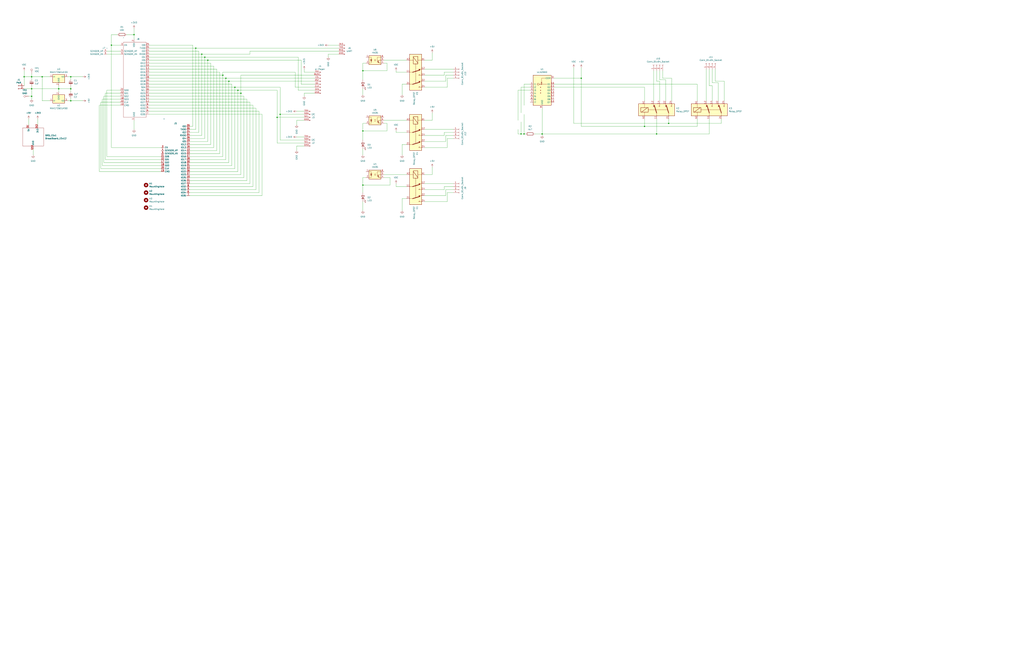
<source format=kicad_sch>
(kicad_sch (version 20230121) (generator eeschema)
  (paper "D")
  (title_block (title "ESP32-WROOM-32D Automation Board") (date "2024-01-15") (company "CEGEP Heritage College") (comment 1 "Alexander Bobkov"))
  (lib_symbols
    (symbol "Alexander_Library_Symbols:Conn_I2C_01x04" (pin_names (offset 1.016) hide)
      (property "Reference" "J" (at 0 5.08 0))
      (property "Value" "I2C" (at 0 -7.62 0))
      (symbol "Conn_I2C_01x04_1_1"
        (pin power_out line (at 5.08 -5.08 180) (length 3.81) (name "GND") (number "GND"))
        (pin bidirectional line (at 5.08 -2.54 180) (length 3.81) (name "SCL") (number "SCL"))
        (pin bidirectional line (at 5.08 0 180) (length 3.81) (name "SDA") (number "SDA"))
        (pin power_in line (at 5.08 2.54 180) (length 3.81) (name "VCC") (number "Vcc"))
      )
    )
    (symbol "Alexander_Library_Symbols:ESP32-WROOM-32D"
      (property "Reference" "J" (at 0 0 0))
      (symbol "ESP32-WROOM-32D_1_1"
        (pin bidirectional line (at 21.59 -49.53 180) (length 2.54) (name "IO25") (number "10"))
        (pin bidirectional line (at 21.59 -52.07 180) (length 2.54) (name "IO26") (number "11"))
        (pin bidirectional line (at 21.59 -54.61 180) (length 2.54) (name "IO27") (number "12"))
        (pin bidirectional line (at 21.59 -26.67 180) (length 2.54) (name "IO14") (number "13"))
        (pin bidirectional line (at 21.59 -21.59 180) (length 2.54) (name "IO12") (number "14"))
        (pin bidirectional line (at 21.59 -24.13 180) (length 2.54) (name "IO13") (number "16"))
        (pin input line (at -2.54 -36.83 0) (length 2.54) (name "SD2") (number "17"))
        (pin input line (at -2.54 -39.37 0) (length 2.54) (name "SD3") (number "18"))
        (pin input line (at -2.54 -44.45 0) (length 2.54) (name "CMD") (number "19"))
        (pin input line (at -2.54 -41.91 0) (length 2.54) (name "CLK") (number "20"))
        (pin input line (at -2.54 -31.75 0) (length 2.54) (name "SD0") (number "21"))
        (pin input line (at -2.54 -34.29 0) (length 2.54) (name "SD1") (number "22"))
        (pin bidirectional line (at 21.59 -29.21 180) (length 2.54) (name "IO15") (number "23"))
        (pin bidirectional line (at 21.59 -11.43 180) (length 2.54) (name "IO2") (number "24"))
        (pin bidirectional line (at 21.59 -6.35 180) (length 2.54) (name "IO0") (number "25"))
        (pin bidirectional line (at 21.59 -16.51 180) (length 2.54) (name "IO4") (number "26"))
        (pin bidirectional line (at 21.59 -31.75 180) (length 2.54) (name "IO16") (number "27"))
        (pin bidirectional line (at 21.59 -34.29 180) (length 2.54) (name "IO17") (number "28"))
        (pin bidirectional line (at 21.59 -19.05 180) (length 2.54) (name "IO5") (number "29"))
        (pin input line (at -2.54 -24.13 0) (length 2.54) (name "EN") (number "3"))
        (pin bidirectional line (at 21.59 -36.83 180) (length 2.54) (name "IO18") (number "30"))
        (pin bidirectional line (at 21.59 -39.37 180) (length 2.54) (name "IO19") (number "31"))
        (pin bidirectional line (at 21.59 -41.91 180) (length 2.54) (name "IO21") (number "33"))
        (pin input line (at 21.59 -13.97 180) (length 2.54) (name "RXD0") (number "34"))
        (pin output line (at 21.59 -8.89 180) (length 2.54) (name "TXD0") (number "35"))
        (pin bidirectional line (at 21.59 -44.45 180) (length 2.54) (name "IO22") (number "36"))
        (pin bidirectional line (at 21.59 -46.99 180) (length 2.54) (name "IO23") (number "37"))
        (pin input line (at -2.54 -26.67 0) (length 2.54) (name "SENSOR_VP") (number "4"))
        (pin input line (at -2.54 -29.21 0) (length 2.54) (name "SENSOR_VN") (number "5"))
        (pin bidirectional line (at 21.59 -62.23 180) (length 2.54) (name "IO34") (number "6"))
        (pin bidirectional line (at 21.59 -64.77 180) (length 2.54) (name "IO35") (number "7"))
        (pin bidirectional line (at 21.59 -57.15 180) (length 2.54) (name "IO32") (number "8"))
        (pin bidirectional line (at 21.59 -59.69 180) (length 2.54) (name "IO33") (number "9"))
      )
    )
    (symbol "Alexander_Library_Symbols:ESP32-WROOM-32D-SOCKET"
      (property "Reference" "J" (at 0 0 0))
      (symbol "ESP32-WROOM-32D-SOCKET_1_1"
        (pin power_out line (at 8.89 -69.85 90) (length 2.54) (name "GND") (number "1"))
        (pin bidirectional line (at 21.59 -49.53 180) (length 2.54) (name "IO25") (number "10"))
        (pin bidirectional line (at 21.59 -52.07 180) (length 2.54) (name "IO26") (number "11"))
        (pin bidirectional line (at 21.59 -54.61 180) (length 2.54) (name "IO27") (number "12"))
        (pin bidirectional line (at 21.59 -26.67 180) (length 2.54) (name "IO14") (number "13"))
        (pin bidirectional line (at 21.59 -21.59 180) (length 2.54) (name "IO12") (number "14"))
        (pin bidirectional line (at 21.59 -24.13 180) (length 2.54) (name "IO13") (number "16"))
        (pin input line (at -2.54 -49.53 0) (length 2.54) (name "SD2") (number "17"))
        (pin input line (at -2.54 -52.07 0) (length 2.54) (name "SD3") (number "18"))
        (pin input line (at -2.54 -57.15 0) (length 2.54) (name "CMD") (number "19"))
        (pin power_in line (at 8.89 -1.27 270) (length 2.54) (name "VDD") (number "2"))
        (pin input line (at -2.54 -54.61 0) (length 2.54) (name "CLK") (number "20"))
        (pin input line (at -2.54 -44.45 0) (length 2.54) (name "SD0") (number "21"))
        (pin input line (at -2.54 -46.99 0) (length 2.54) (name "SD1") (number "22"))
        (pin bidirectional line (at 21.59 -29.21 180) (length 2.54) (name "IO15") (number "23"))
        (pin bidirectional line (at 21.59 -11.43 180) (length 2.54) (name "IO2") (number "24"))
        (pin bidirectional line (at 21.59 -6.35 180) (length 2.54) (name "IO0") (number "25"))
        (pin bidirectional line (at 21.59 -16.51 180) (length 2.54) (name "IO4") (number "26"))
        (pin bidirectional line (at 21.59 -31.75 180) (length 2.54) (name "IO16") (number "27"))
        (pin bidirectional line (at 21.59 -34.29 180) (length 2.54) (name "IO17") (number "28"))
        (pin bidirectional line (at 21.59 -19.05 180) (length 2.54) (name "IO5") (number "29"))
        (pin input line (at -2.54 -6.35 0) (length 2.54) (name "EN") (number "3"))
        (pin bidirectional line (at 21.59 -36.83 180) (length 2.54) (name "IO18") (number "30"))
        (pin bidirectional line (at 21.59 -39.37 180) (length 2.54) (name "IO19") (number "31"))
        (pin bidirectional line (at 21.59 -41.91 180) (length 2.54) (name "SDA") (number "33"))
        (pin input line (at 21.59 -13.97 180) (length 2.54) (name "RXD0") (number "34"))
        (pin output line (at 21.59 -8.89 180) (length 2.54) (name "TXD0") (number "35"))
        (pin bidirectional line (at 21.59 -44.45 180) (length 2.54) (name "SCL") (number "36"))
        (pin bidirectional line (at 21.59 -46.99 180) (length 2.54) (name "IO23") (number "37"))
        (pin input line (at -2.54 -11.43 0) (length 2.54) (name "SENSOR_VP") (number "4"))
        (pin input line (at -2.54 -13.97 0) (length 2.54) (name "SENSOR_VN") (number "5"))
        (pin bidirectional line (at 21.59 -62.23 180) (length 2.54) (name "IO34") (number "6"))
        (pin bidirectional line (at 21.59 -64.77 180) (length 2.54) (name "IO35") (number "7"))
        (pin bidirectional line (at 21.59 -57.15 180) (length 2.54) (name "IO32") (number "8"))
        (pin bidirectional line (at 21.59 -59.69 180) (length 2.54) (name "IO33") (number "9"))
      )
    )
    (symbol "Alexander_Library_Symbols:ESP32_PADS_VN-VP"
      (property "Reference" "J" (at 0 0 0))
      (symbol "ESP32_PADS_VN-VP_1_1"
        (pin bidirectional line (at 0 -2.54 180) (length 2.54) (name "SENSOR_VP") (number "4"))
        (pin bidirectional line (at 0 -5.08 180) (length 2.54) (name "SENSOR_VN") (number "5"))
      )
    )
    (symbol "Conn_UART_1" (pin_names (offset 1.016) hide)
      (property "Reference" "J" (at 1.27 3.81 0))
      (property "Value" "UART" (at 2.54 -10.16 0))
      (symbol "Conn_UART_1_1_1"
        (pin power_in line (at 5.08 0 180) (length 3.81) (name "3V3") (number "3V3"))
        (pin power_out line (at 5.08 -7.62 180) (length 3.81) (name "GND") (number "GND"))
        (pin input line (at 5.08 -5.08 180) (length 3.81) (name "RXD") (number "RXD"))
        (pin output line (at 5.08 -2.54 180) (length 3.81) (name "TXD") (number "TXD"))
      )
    )
    (symbol "Conn_ePaper_01x08_1" (pin_names (offset 1.016) hide)
      (property "Reference" "J" (at 0 10.16 0))
      (property "Value" "e-Paper" (at 3.81 -12.7 0))
      (symbol "Conn_ePaper_01x08_1_1_1"
        (pin bidirectional line (at 5.08 5.08 180) (length 3.81) (name "BUSY") (number "BUSY"))
        (pin input line (at 5.08 -5.08 180) (length 3.81) (name "CLK") (number "CLK"))
        (pin input line (at 5.08 2.54 180) (length 3.81) (name "CS") (number "CS"))
        (pin bidirectional line (at 5.08 -2.54 180) (length 3.81) (name "DC") (number "DC"))
        (pin bidirectional line (at 5.08 -7.62 180) (length 3.81) (name "DIN") (number "DIN"))
        (pin power_out line (at 5.08 -10.16 180) (length 3.81) (name "GND") (number "GND"))
        (pin input line (at 5.08 0 180) (length 3.81) (name "RST") (number "RST"))
        (pin power_in line (at 5.08 7.62 180) (length 3.81) (name "Vcc") (number "Vcc"))
      )
    )
    (symbol "Connector:BreadBoard_15x12"
      (property "Reference" "BRD_15x2" (at -19.05 -15.24 0))
      (property "Value" "BreadBoard_15x12" (at 6.35 13.97 0))
      (symbol "BreadBoard_15x12_1_1"
        (pin power_in line (at -15.24 -5.08 270) (length 2.54) (name "3V3") (number "3V3"))
        (pin power_in line (at -22.86 -5.08 270) (length 2.54) (name "5V") (number "5V"))
        (pin power_out line (at -19.05 -25.4 90) (length 2.54) (name "GND") (number "GND"))
      )
    )
    (symbol "Connector:Conn_01x02_Pin" (pin_names (offset 1.016) hide)
      (property "Reference" "J" (at 0 2.54 0))
      (property "Value" "Conn_01x02_Pin" (at 0 -5.08 0))
      (symbol "Conn_01x02_Pin_1_1"
        (pin passive line (at 5.08 0 180) (length 3.81) (name "Pin_1") (number "1"))
        (pin passive line (at 5.08 -2.54 180) (length 3.81) (name "Pin_2") (number "2"))
      )
    )
    (symbol "Connector:Conn_01x04_Socket" (pin_names (offset 1.016) hide)
      (property "Reference" "J" (at 0 5.08 0))
      (property "Value" "Conn_01x04_Socket" (at 0 -7.62 0))
      (symbol "Conn_01x04_Socket_1_1"
        (pin passive line (at -5.08 2.54 0) (length 3.81) (name "Pin_1") (number "1"))
        (pin passive line (at -5.08 0 0) (length 3.81) (name "Pin_2") (number "2"))
        (pin passive line (at -5.08 -2.54 0) (length 3.81) (name "Pin_3") (number "3"))
        (pin passive line (at -5.08 -5.08 0) (length 3.81) (name "Pin_4") (number "4"))
      )
    )
    (symbol "Connector:TestPoint" (pin_numbers hide) (pin_names (offset 0.762) hide)
      (property "Reference" "TP" (at 0 6.858 0))
      (property "Value" "TestPoint" (at 0 5.08 0))
      (symbol "TestPoint_1_1"
        (pin passive line (at 0 0 90) (length 2.54) (name "1") (number "1"))
      )
    )
    (symbol "Device:C_Polarized_Small" (pin_numbers hide) (pin_names (offset 0.254) hide)
      (property "Reference" "C" (at 0.254 1.778 0))
      (property "Value" "C_Polarized_Small" (at 0.254 -2.032 0))
      (symbol "C_Polarized_Small_1_1"
        (pin passive line (at 0 2.54 270) (length 1.8542) (name "~") (number "1"))
        (pin passive line (at 0 -2.54 90) (length 1.8542) (name "~") (number "2"))
      )
    )
    (symbol "Device:LED" (pin_numbers hide) (pin_names (offset 1.016) hide)
      (property "Reference" "D" (at 0 2.54 0))
      (property "Value" "LED" (at 0 -2.54 0))
      (symbol "LED_1_1"
        (pin passive line (at -3.81 0 0) (length 2.54) (name "K") (number "1"))
        (pin passive line (at 3.81 0 180) (length 2.54) (name "A") (number "2"))
      )
    )
    (symbol "Device:R" (pin_numbers hide) (pin_names (offset 0))
      (property "Reference" "R" (at 2.032 0 90))
      (property "Value" "R" (at 0 0 90))
      (symbol "R_1_1"
        (pin passive line (at 0 3.81 270) (length 1.27) (name "~") (number "1"))
        (pin passive line (at 0 -3.81 90) (length 1.27) (name "~") (number "2"))
      )
    )
    (symbol "Isolator:4N35" (pin_names (offset 1.016))
      (property "Reference" "U" (at -5.08 5.08 0))
      (property "Value" "4N35" (at 0 5.08 0))
      (symbol "4N35_1_1"
        (pin passive line (at -7.62 2.54 0) (length 2.54) (name "~") (number "1"))
        (pin passive line (at -7.62 -2.54 0) (length 2.54) (name "~") (number "2"))
        (pin no_connect line (at -5.08 0 0) (length 2.54) hide (name "NC") (number "3"))
        (pin passive line (at 7.62 -2.54 180) (length 2.54) (name "~") (number "4"))
        (pin passive line (at 7.62 0 180) (length 2.54) (name "~") (number "5"))
        (pin passive line (at 7.62 2.54 180) (length 2.54) (name "~") (number "6"))
      )
    )
    (symbol "Mechanical:MountingHole" (pin_names (offset 1.016))
      (property "Reference" "H" (at 0 5.08 0))
      (property "Value" "MountingHole" (at 0 3.175 0))
    )
    (symbol "Regulator_Linear:LM78M05_TO220" (pin_names (offset 0.254))
      (property "Reference" "U" (at -3.81 3.175 0))
      (property "Value" "LM78M05_TO220" (at 0 3.175 0))
      (symbol "LM78M05_TO220_1_1"
        (pin power_in line (at -7.62 0 0) (length 2.54) (name "VI") (number "1"))
        (pin power_in line (at 0 -7.62 90) (length 2.54) (name "GND") (number "2"))
        (pin power_out line (at 7.62 0 180) (length 2.54) (name "VO") (number "3"))
      )
    )
    (symbol "Relay:Relay_DPDT"
      (property "Reference" "K" (at 16.51 3.81 0))
      (property "Value" "Relay_DPDT" (at 16.51 1.27 0))
      (symbol "Relay_DPDT_1_1"
        (pin passive line (at 0 -7.62 90) (length 2.54) (name "~") (number "11"))
        (pin passive line (at -2.54 7.62 270) (length 2.54) (name "~") (number "12"))
        (pin passive line (at 2.54 7.62 270) (length 2.54) (name "~") (number "14"))
        (pin passive line (at 10.16 -7.62 90) (length 2.54) (name "~") (number "21"))
        (pin passive line (at 7.62 7.62 270) (length 2.54) (name "~") (number "22"))
        (pin passive line (at 12.7 7.62 270) (length 2.54) (name "~") (number "24"))
        (pin passive line (at -10.16 7.62 270) (length 2.54) (name "~") (number "A1"))
        (pin passive line (at -10.16 -7.62 90) (length 2.54) (name "~") (number "A2"))
      )
    )
    (symbol "Transistor_Array:ULN2003"
      (property "Reference" "U" (at 0 15.875 0))
      (property "Value" "ULN2003" (at 0 13.97 0))
      (symbol "ULN2003_1_1"
        (pin input line (at -10.16 5.08 0) (length 2.54) (name "I1") (number "1"))
        (pin open_collector line (at 10.16 -10.16 180) (length 2.54) (name "O7") (number "10"))
        (pin open_collector line (at 10.16 -7.62 180) (length 2.54) (name "O6") (number "11"))
        (pin open_collector line (at 10.16 -5.08 180) (length 2.54) (name "O5") (number "12"))
        (pin open_collector line (at 10.16 -2.54 180) (length 2.54) (name "O4") (number "13"))
        (pin open_collector line (at 10.16 0 180) (length 2.54) (name "O3") (number "14"))
        (pin open_collector line (at 10.16 2.54 180) (length 2.54) (name "O2") (number "15"))
        (pin open_collector line (at 10.16 5.08 180) (length 2.54) (name "O1") (number "16"))
        (pin input line (at -10.16 2.54 0) (length 2.54) (name "I2") (number "2"))
        (pin input line (at -10.16 0 0) (length 2.54) (name "I3") (number "3"))
        (pin input line (at -10.16 -2.54 0) (length 2.54) (name "I4") (number "4"))
        (pin input line (at -10.16 -5.08 0) (length 2.54) (name "I5") (number "5"))
        (pin input line (at -10.16 -7.62 0) (length 2.54) (name "I6") (number "6"))
        (pin input line (at -10.16 -10.16 0) (length 2.54) (name "I7") (number "7"))
        (pin power_in line (at 0 -15.24 90) (length 2.54) (name "GND") (number "8"))
        (pin passive line (at 10.16 10.16 180) (length 2.54) (name "COM") (number "9"))
      )
    )
    (symbol "power:+3V3" (power) (pin_names (offset 0))
      (property "Value" "+3V3" (at 0 3.556 0))
      (symbol "+3V3_1_1"
        (pin power_in line (at 0 0 90) (length 0) hide (name "+3V3") (number "1"))
      )
    )
    (symbol "power:+5V" (power) (pin_names (offset 0))
      (property "Value" "+5V" (at 0 3.556 0))
      (symbol "+5V_1_1"
        (pin power_in line (at 0 0 90) (length 0) hide (name "+5V") (number "1"))
      )
    )
    (symbol "power:GND" (power) (pin_names (offset 0))
      (property "Value" "GND" (at 0 -3.81 0))
      (symbol "GND_1_1"
        (pin power_in line (at 0 0 270) (length 0) hide (name "GND") (number "1"))
      )
    )
    (symbol "power:VDC" (power) (pin_names (offset 0))
      (property "Value" "VDC" (at 0 6.35 0))
      (symbol "VDC_1_1"
        (pin power_in line (at 0 0 90) (length 0) hide (name "VDC") (number "1"))
      )
    )
  )
  (junction (at 187.96 63.5))
  (junction (at 20.32 64.77))
  (junction (at 113.03 29.21))
  (junction (at 306.07 110.49))
  (junction (at 198.12 73.66))
  (junction (at 35.56 64.77))
  (junction (at 441.96 113.03))
  (junction (at 553.72 113.03))
  (junction (at 439.42 113.03))
  (junction (at 306.07 59.69))
  (junction (at 59.69 74.93))
  (junction (at 490.22 66.04))
  (junction (at 93.98 38.1))
  (junction (at 190.5 66.04))
  (junction (at 170.18 45.72))
  (junction (at 236.22 96.52))
  (junction (at 26.67 81.28))
  (junction (at 26.67 74.93))
  (junction (at 233.68 99.06))
  (junction (at 306.07 156.21))
  (junction (at 172.72 48.26))
  (junction (at 203.2 78.74))
  (junction (at 457.2 113.03))
  (junction (at 165.1 40.64))
  (junction (at 543.56 106.68))
  (junction (at 59.69 64.77))
  (junction (at 193.04 68.58))
  (junction (at 200.66 76.2))
  (junction (at 59.69 85.09))
  (junction (at 26.67 64.77))
  (junction (at 563.88 104.14))
  (junction (at 175.26 50.8))
  (junction (at 49.53 74.93))
  (wire (pts (xy 57.15 85.09) (xy 59.69 85.09)))
  (wire (pts (xy 59.69 67.31) (xy 59.69 64.77)))
  (wire (pts (xy 256.54 78.74) (xy 256.54 81.28)))
  (wire (pts (xy 135.89 132.08) (xy 90.17 132.08)))
  (wire (pts (xy 561.34 67.31) (xy 561.34 85.09)))
  (wire (pts (xy 439.42 113.03) (xy 441.96 113.03)))
  (wire (pts (xy 308.61 53.34) (xy 306.07 53.34)))
  (wire (pts (xy 306.07 110.49) (xy 306.07 118.11)))
  (wire (pts (xy 90.17 132.08) (xy 90.17 76.2)))
  (wire (pts (xy 339.09 130.81) (xy 339.09 121.92)))
  (wire (pts (xy 125.73 50.8) (xy 175.26 50.8)))
  (wire (pts (xy 113.03 101.6) (xy 113.03 109.22)))
  (wire (pts (xy 160.02 134.62) (xy 190.5 134.62)))
  (wire (pts (xy 59.69 74.93) (xy 59.69 77.47)))
  (wire (pts (xy 26.67 64.77) (xy 26.67 67.31)))
  (wire (pts (xy 35.56 64.77) (xy 35.56 85.09)))
  (wire (pts (xy 160.02 106.68) (xy 162.56 106.68)))
  (wire (pts (xy 87.63 137.16) (xy 87.63 81.28)))
  (wire (pts (xy 160.02 139.7) (xy 195.58 139.7)))
  (wire (pts (xy 490.22 66.04) (xy 490.22 57.15)))
  (wire (pts (xy 364.49 50.8) (xy 364.49 44.45)))
  (wire (pts (xy 125.73 66.04) (xy 190.5 66.04)))
  (wire (pts (xy 86.36 139.7) (xy 86.36 83.82)))
  (wire (pts (xy 610.87 68.58) (xy 610.87 85.09)))
  (wire (pts (xy 323.85 147.32) (xy 342.9 147.32)))
  (wire (pts (xy 83.82 144.78) (xy 83.82 88.9)))
  (wire (pts (xy 160.02 111.76) (xy 167.64 111.76)))
  (wire (pts (xy 187.96 60.96) (xy 187.96 63.5)))
  (wire (pts (xy 276.86 45.72) (xy 276.86 48.26)))
  (wire (pts (xy 20.32 59.69) (xy 20.32 64.77)))
  (wire (pts (xy 543.56 73.66) (xy 467.36 73.66)))
  (wire (pts (xy 205.74 149.86) (xy 205.74 81.28)))
  (wire (pts (xy 125.73 45.72) (xy 170.18 45.72)))
  (wire (pts (xy 125.73 48.26) (xy 172.72 48.26)))
  (wire (pts (xy 375.92 68.58) (xy 358.14 68.58)))
  (wire (pts (xy 457.2 113.03) (xy 553.72 113.03)))
  (wire (pts (xy 125.73 93.98) (xy 218.44 93.98)))
  (wire (pts (xy 334.01 154.94) (xy 334.01 157.48)))
  (wire (pts (xy 256.54 58.42) (xy 256.54 60.96)))
  (wire (pts (xy 49.53 74.93) (xy 59.69 74.93)))
  (wire (pts (xy 106.68 29.21) (xy 113.03 29.21)))
  (wire (pts (xy 49.53 77.47) (xy 49.53 74.93)))
  (wire (pts (xy 377.19 170.18) (xy 358.14 170.18)))
  (wire (pts (xy 334.01 111.76) (xy 334.01 110.49)))
  (wire (pts (xy 439.42 73.66) (xy 447.04 73.66)))
  (wire (pts (xy 59.69 72.39) (xy 59.69 74.93)))
  (wire (pts (xy 20.32 64.77) (xy 20.32 72.39)))
  (wire (pts (xy 251.46 48.26) (xy 251.46 76.2)))
  (wire (pts (xy 177.8 121.92) (xy 177.8 53.34)))
  (wire (pts (xy 215.9 160.02) (xy 215.9 91.44)))
  (wire (pts (xy 328.93 149.86) (xy 328.93 156.21)))
  (wire (pts (xy 556.26 67.31) (xy 561.34 67.31)))
  (wire (pts (xy 374.65 160.02) (xy 358.14 160.02)))
  (wire (pts (xy 200.66 76.2) (xy 233.68 76.2)))
  (wire (pts (xy 595.63 58.42) (xy 595.63 85.09)))
  (wire (pts (xy 377.19 66.04) (xy 377.19 73.66)))
  (wire (pts (xy 364.49 101.6) (xy 364.49 95.25)))
  (wire (pts (xy 233.68 99.06) (xy 256.54 99.06)))
  (wire (pts (xy 543.56 100.33) (xy 543.56 106.68)))
  (wire (pts (xy 125.73 91.44) (xy 215.9 91.44)))
  (wire (pts (xy 160.02 116.84) (xy 172.72 116.84)))
  (wire (pts (xy 172.72 116.84) (xy 172.72 48.26)))
  (wire (pts (xy 563.88 100.33) (xy 563.88 104.14)))
  (wire (pts (xy 306.07 53.34) (xy 306.07 59.69)))
  (wire (pts (xy 598.17 58.42) (xy 598.17 72.39)))
  (wire (pts (xy 382.27 162.56) (xy 377.19 162.56)))
  (wire (pts (xy 334.01 60.96) (xy 342.9 60.96)))
  (wire (pts (xy 187.96 63.5) (xy 187.96 132.08)))
  (wire (pts (xy 93.98 29.21) (xy 93.98 38.1)))
  (wire (pts (xy 135.89 142.24) (xy 85.09 142.24)))
  (wire (pts (xy 220.98 165.1) (xy 220.98 96.52)))
  (wire (pts (xy 160.02 121.92) (xy 177.8 121.92)))
  (wire (pts (xy 233.68 76.2) (xy 233.68 99.06)))
  (wire (pts (xy 467.36 66.04) (xy 490.22 66.04)))
  (wire (pts (xy 160.02 157.48) (xy 213.36 157.48)))
  (wire (pts (xy 374.65 114.3) (xy 358.14 114.3)))
  (wire (pts (xy 125.73 78.74) (xy 203.2 78.74)))
  (wire (pts (xy 125.73 55.88) (xy 180.34 55.88)))
  (wire (pts (xy 566.42 66.04) (xy 566.42 85.09)))
  (wire (pts (xy 375.92 165.1) (xy 358.14 165.1)))
  (wire (pts (xy 483.87 57.15) (xy 483.87 104.14)))
  (wire (pts (xy 553.72 59.69) (xy 553.72 68.58)))
  (wire (pts (xy 285.75 43.18) (xy 210.82 43.18)))
  (wire (pts (xy 256.54 123.19) (xy 250.19 123.19)))
  (wire (pts (xy 342.9 157.48) (xy 334.01 157.48)))
  (wire (pts (xy 175.26 119.38) (xy 175.26 50.8)))
  (wire (pts (xy 441.96 113.03) (xy 443.23 113.03)))
  (wire (pts (xy 490.22 106.68) (xy 543.56 106.68)))
  (wire (pts (xy 323.85 53.34) (xy 326.39 53.34)))
  (wire (pts (xy 180.34 124.46) (xy 180.34 55.88)))
  (wire (pts (xy 436.88 113.03) (xy 439.42 113.03)))
  (wire (pts (xy 125.73 88.9) (xy 213.36 88.9)))
  (wire (pts (xy 457.2 113.03) (xy 457.2 114.3)))
  (wire (pts (xy 328.93 156.21) (xy 306.07 156.21)))
  (wire (pts (xy 377.19 116.84) (xy 377.19 124.46)))
  (wire (pts (xy 85.09 142.24) (xy 85.09 86.36)))
  (wire (pts (xy 160.02 119.38) (xy 175.26 119.38)))
  (wire (pts (xy 160.02 124.46) (xy 180.34 124.46)))
  (wire (pts (xy 20.32 74.93) (xy 26.67 74.93)))
  (wire (pts (xy 436.88 109.22) (xy 436.88 113.03)))
  (wire (pts (xy 210.82 45.72) (xy 210.82 43.18)))
  (wire (pts (xy 382.27 111.76) (xy 374.65 111.76)))
  (wire (pts (xy 254 50.8) (xy 254 71.12)))
  (wire (pts (xy 326.39 104.14) (xy 326.39 110.49)))
  (wire (pts (xy 160.02 147.32) (xy 203.2 147.32)))
  (wire (pts (xy 558.8 66.04) (xy 566.42 66.04)))
  (wire (pts (xy 339.09 80.01) (xy 339.09 71.12)))
  (wire (pts (xy 323.85 50.8) (xy 342.9 50.8)))
  (wire (pts (xy 377.19 73.66) (xy 358.14 73.66)))
  (wire (pts (xy 382.27 157.48) (xy 374.65 157.48)))
  (wire (pts (xy 323.85 149.86) (xy 328.93 149.86)))
  (wire (pts (xy 382.27 114.3) (xy 375.92 114.3)))
  (wire (pts (xy 187.96 132.08) (xy 160.02 132.08)))
  (wire (pts (xy 256.54 118.11) (xy 236.22 118.11)))
  (wire (pts (xy 285.75 45.72) (xy 276.86 45.72)))
  (wire (pts (xy 160.02 137.16) (xy 193.04 137.16)))
  (wire (pts (xy 162.56 106.68) (xy 162.56 38.1)))
  (wire (pts (xy 256.54 120.65) (xy 233.68 120.65)))
  (wire (pts (xy 125.73 38.1) (xy 162.56 38.1)))
  (wire (pts (xy 24.13 100.33) (xy 24.13 105.41)))
  (wire (pts (xy 170.18 45.72) (xy 210.82 45.72)))
  (wire (pts (xy 35.56 64.77) (xy 41.91 64.77)))
  (wire (pts (xy 218.44 162.56) (xy 218.44 93.98)))
  (wire (pts (xy 326.39 53.34) (xy 326.39 59.69)))
  (wire (pts (xy 160.02 129.54) (xy 185.42 129.54)))
  (wire (pts (xy 233.68 120.65) (xy 233.68 99.06)))
  (wire (pts (xy 603.25 58.42) (xy 603.25 68.58)))
  (wire (pts (xy 27.94 125.73) (xy 27.94 130.81)))
  (wire (pts (xy 306.07 130.81) (xy 306.07 125.73)))
  (wire (pts (xy 203.2 78.74) (xy 203.2 63.5)))
  (wire (pts (xy 41.91 85.09) (xy 35.56 85.09)))
  (wire (pts (xy 326.39 59.69) (xy 306.07 59.69)))
  (wire (pts (xy 93.98 38.1) (xy 93.98 124.46)))
  (wire (pts (xy 375.92 119.38) (xy 358.14 119.38)))
  (wire (pts (xy 441.96 88.9) (xy 441.96 71.12)))
  (wire (pts (xy 334.01 111.76) (xy 342.9 111.76)))
  (wire (pts (xy 135.89 134.62) (xy 88.9 134.62)))
  (wire (pts (xy 600.71 58.42) (xy 600.71 69.85)))
  (wire (pts (xy 160.02 160.02) (xy 215.9 160.02)))
  (wire (pts (xy 193.04 68.58) (xy 193.04 137.16)))
  (wire (pts (xy 182.88 58.42) (xy 182.88 127)))
  (wire (pts (xy 85.09 86.36) (xy 101.6 86.36)))
  (wire (pts (xy 160.02 165.1) (xy 220.98 165.1)))
  (wire (pts (xy 125.73 96.52) (xy 220.98 96.52)))
  (wire (pts (xy 125.73 76.2) (xy 200.66 76.2)))
  (wire (pts (xy 26.67 64.77) (xy 35.56 64.77)))
  (wire (pts (xy 254 71.12) (xy 265.43 71.12)))
  (wire (pts (xy 603.25 68.58) (xy 610.87 68.58)))
  (wire (pts (xy 374.65 60.96) (xy 374.65 63.5)))
  (wire (pts (xy 125.73 83.82) (xy 208.28 83.82)))
  (wire (pts (xy 90.17 76.2) (xy 101.6 76.2)))
  (wire (pts (xy 26.67 62.23) (xy 26.67 64.77)))
  (wire (pts (xy 125.73 73.66) (xy 198.12 73.66)))
  (wire (pts (xy 125.73 86.36) (xy 210.82 86.36)))
  (wire (pts (xy 374.65 111.76) (xy 374.65 114.3)))
  (wire (pts (xy 439.42 95.25) (xy 439.42 73.66)))
  (wire (pts (xy 306.07 104.14) (xy 306.07 110.49)))
  (wire (pts (xy 190.5 66.04) (xy 265.43 66.04)))
  (wire (pts (xy 170.18 114.3) (xy 170.18 45.72)))
  (wire (pts (xy 436.88 101.6) (xy 436.88 76.2)))
  (wire (pts (xy 125.73 63.5) (xy 187.96 63.5)))
  (wire (pts (xy 125.73 43.18) (xy 167.64 43.18)))
  (wire (pts (xy 439.42 102.87) (xy 439.42 113.03)))
  (wire (pts (xy 172.72 48.26) (xy 251.46 48.26)))
  (wire (pts (xy 375.92 63.5) (xy 375.92 68.58)))
  (wire (pts (xy 543.56 85.09) (xy 543.56 73.66)))
  (wire (pts (xy 195.58 139.7) (xy 195.58 71.12)))
  (wire (pts (xy 83.82 88.9) (xy 101.6 88.9)))
  (wire (pts (xy 24.13 81.28) (xy 26.67 81.28)))
  (wire (pts (xy 382.27 109.22) (xy 358.14 109.22)))
  (wire (pts (xy 250.19 123.19) (xy 250.19 127)))
  (wire (pts (xy 306.07 149.86) (xy 306.07 156.21)))
  (wire (pts (xy 185.42 129.54) (xy 185.42 60.96)))
  (wire (pts (xy 556.26 68.58) (xy 556.26 85.09)))
  (wire (pts (xy 160.02 109.22) (xy 165.1 109.22)))
  (wire (pts (xy 543.56 106.68) (xy 588.01 106.68)))
  (wire (pts (xy 276.86 38.1) (xy 285.75 38.1)))
  (wire (pts (xy 364.49 140.97) (xy 364.49 147.32)))
  (wire (pts (xy 256.54 78.74) (xy 265.43 78.74)))
  (wire (pts (xy 26.67 72.39) (xy 26.67 74.93)))
  (wire (pts (xy 88.9 134.62) (xy 88.9 78.74)))
  (wire (pts (xy 248.92 60.96) (xy 187.96 60.96)))
  (wire (pts (xy 588.01 100.33) (xy 588.01 106.68)))
  (wire (pts (xy 125.73 68.58) (xy 193.04 68.58)))
  (wire (pts (xy 306.07 156.21) (xy 306.07 162.56)))
  (wire (pts (xy 57.15 64.77) (xy 59.69 64.77)))
  (wire (pts (xy 93.98 29.21) (xy 99.06 29.21)))
  (wire (pts (xy 339.09 71.12) (xy 342.9 71.12)))
  (wire (pts (xy 113.03 24.13) (xy 113.03 29.21)))
  (wire (pts (xy 236.22 96.52) (xy 256.54 96.52)))
  (wire (pts (xy 441.96 96.52) (xy 441.96 113.03)))
  (wire (pts (xy 160.02 152.4) (xy 208.28 152.4)))
  (wire (pts (xy 190.5 66.04) (xy 190.5 134.62)))
  (wire (pts (xy 382.27 58.42) (xy 358.14 58.42)))
  (wire (pts (xy 125.73 53.34) (xy 177.8 53.34)))
  (wire (pts (xy 160.02 144.78) (xy 200.66 144.78)))
  (wire (pts (xy 358.14 101.6) (xy 364.49 101.6)))
  (wire (pts (xy 436.88 76.2) (xy 447.04 76.2)))
  (wire (pts (xy 135.89 144.78) (xy 83.82 144.78)))
  (wire (pts (xy 59.69 85.09) (xy 69.85 85.09)))
  (wire (pts (xy 87.63 81.28) (xy 101.6 81.28)))
  (wire (pts (xy 251.46 76.2) (xy 265.43 76.2)))
  (wire (pts (xy 125.73 81.28) (xy 205.74 81.28)))
  (wire (pts (xy 556.26 59.69) (xy 556.26 67.31)))
  (wire (pts (xy 160.02 149.86) (xy 205.74 149.86)))
  (wire (pts (xy 588.01 85.09) (xy 588.01 71.12)))
  (wire (pts (xy 483.87 104.14) (xy 563.88 104.14)))
  (wire (pts (xy 248.92 73.66) (xy 248.92 60.96)))
  (wire (pts (xy 588.01 71.12) (xy 467.36 71.12)))
  (wire (pts (xy 90.17 45.72) (xy 101.6 45.72)))
  (wire (pts (xy 598.17 100.33) (xy 598.17 113.03)))
  (wire (pts (xy 250.19 101.6) (xy 250.19 105.41)))
  (wire (pts (xy 551.18 59.69) (xy 551.18 85.09)))
  (wire (pts (xy 608.33 104.14) (xy 608.33 100.33)))
  (wire (pts (xy 135.89 124.46) (xy 93.98 124.46)))
  (wire (pts (xy 236.22 73.66) (xy 236.22 96.52)))
  (wire (pts (xy 441.96 71.12) (xy 447.04 71.12)))
  (wire (pts (xy 193.04 68.58) (xy 265.43 68.58)))
  (wire (pts (xy 125.73 58.42) (xy 182.88 58.42)))
  (wire (pts (xy 26.67 81.28) (xy 26.67 83.82)))
  (wire (pts (xy 339.09 177.8) (xy 339.09 167.64)))
  (wire (pts (xy 375.92 160.02) (xy 375.92 165.1)))
  (wire (pts (xy 20.32 64.77) (xy 26.67 64.77)))
  (wire (pts (xy 605.79 69.85) (xy 605.79 85.09)))
  (wire (pts (xy 450.85 113.03) (xy 457.2 113.03)))
  (wire (pts (xy 160.02 114.3) (xy 170.18 114.3)))
  (wire (pts (xy 374.65 63.5) (xy 358.14 63.5)))
  (wire (pts (xy 308.61 104.14) (xy 306.07 104.14)))
  (wire (pts (xy 377.19 124.46) (xy 358.14 124.46)))
  (wire (pts (xy 59.69 82.55) (xy 59.69 85.09)))
  (wire (pts (xy 210.82 154.94) (xy 210.82 86.36)))
  (wire (pts (xy 198.12 142.24) (xy 160.02 142.24)))
  (wire (pts (xy 59.69 64.77) (xy 69.85 64.77)))
  (wire (pts (xy 382.27 116.84) (xy 377.19 116.84)))
  (wire (pts (xy 256.54 101.6) (xy 250.19 101.6)))
  (wire (pts (xy 125.73 60.96) (xy 185.42 60.96)))
  (wire (pts (xy 160.02 154.94) (xy 210.82 154.94)))
  (wire (pts (xy 236.22 118.11) (xy 236.22 96.52)))
  (wire (pts (xy 88.9 78.74) (xy 101.6 78.74)))
  (wire (pts (xy 90.17 43.18) (xy 101.6 43.18)))
  (wire (pts (xy 339.09 167.64) (xy 342.9 167.64)))
  (wire (pts (xy 558.8 59.69) (xy 558.8 66.04)))
  (wire (pts (xy 265.43 73.66) (xy 248.92 73.66)))
  (wire (pts (xy 382.27 160.02) (xy 375.92 160.02)))
  (wire (pts (xy 334.01 60.96) (xy 334.01 59.69)))
  (wire (pts (xy 165.1 40.64) (xy 285.75 40.64)))
  (wire (pts (xy 308.61 149.86) (xy 306.07 149.86)))
  (wire (pts (xy 125.73 71.12) (xy 195.58 71.12)))
  (wire (pts (xy 125.73 40.64) (xy 165.1 40.64)))
  (wire (pts (xy 198.12 73.66) (xy 236.22 73.66)))
  (wire (pts (xy 326.39 110.49) (xy 306.07 110.49)))
  (wire (pts (xy 203.2 147.32) (xy 203.2 78.74)))
  (wire (pts (xy 160.02 127) (xy 182.88 127)))
  (wire (pts (xy 113.03 29.21) (xy 113.03 33.02)))
  (wire (pts (xy 382.27 66.04) (xy 377.19 66.04)))
  (wire (pts (xy 160.02 162.56) (xy 218.44 162.56)))
  (wire (pts (xy 49.53 72.39) (xy 49.53 74.93)))
  (wire (pts (xy 553.72 113.03) (xy 598.17 113.03)))
  (wire (pts (xy 306.07 74.93) (xy 306.07 80.01)))
  (wire (pts (xy 358.14 50.8) (xy 364.49 50.8)))
  (wire (pts (xy 250.19 115.57) (xy 256.54 115.57)))
  (wire (pts (xy 382.27 63.5) (xy 375.92 63.5)))
  (wire (pts (xy 339.09 121.92) (xy 342.9 121.92)))
  (wire (pts (xy 26.67 74.93) (xy 26.67 81.28)))
  (wire (pts (xy 375.92 114.3) (xy 375.92 119.38)))
  (wire (pts (xy 306.07 59.69) (xy 306.07 67.31)))
  (wire (pts (xy 457.2 91.44) (xy 457.2 113.03)))
  (wire (pts (xy 306.07 170.18) (xy 306.07 177.8)))
  (wire (pts (xy 374.65 157.48) (xy 374.65 160.02)))
  (wire (pts (xy 198.12 73.66) (xy 198.12 142.24)))
  (wire (pts (xy 26.67 74.93) (xy 49.53 74.93)))
  (wire (pts (xy 553.72 68.58) (xy 556.26 68.58)))
  (wire (pts (xy 553.72 100.33) (xy 553.72 113.03)))
  (wire (pts (xy 323.85 104.14) (xy 326.39 104.14)))
  (wire (pts (xy 377.19 162.56) (xy 377.19 170.18)))
  (wire (pts (xy 600.71 69.85) (xy 605.79 69.85)))
  (wire (pts (xy 208.28 152.4) (xy 208.28 83.82)))
  (wire (pts (xy 167.64 111.76) (xy 167.64 43.18)))
  (wire (pts (xy 382.27 60.96) (xy 374.65 60.96)))
  (wire (pts (xy 203.2 63.5) (xy 265.43 63.5)))
  (wire (pts (xy 86.36 83.82) (xy 101.6 83.82)))
  (wire (pts (xy 382.27 154.94) (xy 358.14 154.94)))
  (wire (pts (xy 563.88 104.14) (xy 608.33 104.14)))
  (wire (pts (xy 323.85 101.6) (xy 342.9 101.6)))
  (wire (pts (xy 598.17 72.39) (xy 600.71 72.39)))
  (wire (pts (xy 213.36 157.48) (xy 213.36 88.9)))
  (wire (pts (xy 256.54 60.96) (xy 265.43 60.96)))
  (wire (pts (xy 165.1 109.22) (xy 165.1 40.64)))
  (wire (pts (xy 200.66 144.78) (xy 200.66 76.2)))
  (wire (pts (xy 135.89 137.16) (xy 87.63 137.16)))
  (wire (pts (xy 31.75 100.33) (xy 31.75 105.41)))
  (wire (pts (xy 135.89 139.7) (xy 86.36 139.7)))
  (wire (pts (xy 175.26 50.8) (xy 254 50.8)))
  (wire (pts (xy 93.98 38.1) (xy 101.6 38.1)))
  (wire (pts (xy 358.14 147.32) (xy 364.49 147.32)))
  (wire (pts (xy 250.19 93.98) (xy 256.54 93.98)))
  (wire (pts (xy 490.22 66.04) (xy 490.22 106.68)))
  (wire (pts (xy 600.71 72.39) (xy 600.71 85.09)))
  (symbol (lib_id "Connector:Conn_01x04_Socket") (at 387.35 111.76 0) (unit 1)
    (property "Reference" "J12" (at 392.43 113.03 90))
    (property "Value" "Conn_01x04_Socket" (at 389.89 113.03 90))
    (property "Footprint" "Connector_PinHeader_2.54mm:PinHeader_1x04_P2.54mm_Vertical" (effects hide))
  )
  (symbol (lib_id "Connector:TestPoint") (at 26.67 62.23 0) (unit 1)
    (property "Reference" "TP1" (at 29.21 57.658 0) (effects (justify left)))
    (property "Value" "VDC" (at 29.21 60.198 0) (effects (justify left)))
    (property "Footprint" "TestPoint:TestPoint_Pad_D1.0mm" (effects hide))
  )
  (symbol (lib_id "power:GND") (at 306.07 177.8 0) (unit 1)
    (property "Reference" "#PWR021" (effects hide))
    (property "Value" "GND" (at 306.07 182.88 0))
  )
  (symbol (lib_id "Mechanical:MountingHole") (at 123.19 156.21 0) (unit 1)
    (property "Reference" "H1" (at 125.73 154.94 0) (effects (justify left)))
    (property "Value" "MountingHole" (at 125.73 157.48 0) (effects (justify left)))
    (property "Footprint" "MountingHole:MountingHole_3mm_Pad_TopBottom" (effects hide))
  )
  (symbol (lib_id "Device:C_Polarized_Small") (at 26.67 69.85 0) (unit 1)
    (property "Reference" "C3" (at 29.21 68.0339 0) (effects (justify left)))
    (property "Value" "1uF" (at 29.21 70.5739 0) (effects (justify left)))
    (property "Footprint" "Capacitor_THT:CP_Radial_D4.0mm_P2.00mm" (effects hide))
  )
  (symbol (lib_id "power:GND") (at 339.09 130.81 0) (unit 1)
    (property "Reference" "#PWR025" (effects hide))
    (property "Value" "GND" (at 339.09 135.89 0))
  )
  (symbol (lib_id "power:GND") (at 26.67 83.82 0) (unit 1)
    (property "Reference" "#PWR03" (effects hide))
    (property "Value" "GND" (at 26.67 88.9 0))
  )
  (symbol (lib_id "power:GND") (at 339.09 80.01 0) (unit 1)
    (property "Reference" "#PWR031" (effects hide))
    (property "Value" "GND" (at 339.09 85.09 0))
  )
  (symbol (lib_id "Relay:Relay_DPDT") (at 350.52 60.96 270) (unit 1)
    (property "Reference" "K5" (at 351.79 77.47 0) (effects (justify left)))
    (property "Value" "Relay_DPDT" (at 349.25 77.47 0) (effects (justify left)))
    (property "Footprint" "Relay_THT:Relay_DPDT_Finder_30.22" (effects hide))
  )
  (symbol (lib_name "Conn_UART_1") (lib_id "Alexander_Library_Symbols:Conn_UART") (at 290.83 38.1 0) (mirror y) (unit 1)
    (property "Reference" "J6" (at 294.64 40.64 0))
    (property "Value" "UART" (at 294.64 43.18 0))
    (property "Footprint" "Alexander Footprints Library:Conn_UART" (effects hide))
  )
  (symbol (lib_id "Isolator:4N35") (at 316.23 101.6 0) (unit 1)
    (property "Reference" "U5" (at 316.23 92.71 0))
    (property "Value" "4N35" (at 316.23 95.25 0))
    (property "Footprint" "Package_DIP:DIP-6_W7.62mm" (effects hide))
    (property "Datasheet" "https://www.vishay.com/docs/81181/4n35.pdf" (effects hide))
  )
  (symbol (lib_id "Relay:Relay_DPDT") (at 598.17 92.71 0) (unit 1)
    (property "Reference" "K3" (at 614.68 91.44 0) (effects (justify left)))
    (property "Value" "Relay_DPDT" (at 614.68 93.98 0) (effects (justify left)))
    (property "Footprint" "Relay_THT:Relay_DPDT_Finder_30.22" (effects hide))
  )
  (symbol (lib_id "power:+3V3") (at 250.19 93.98 90) (unit 1)
    (property "Reference" "#PWR09" (effects hide))
    (property "Value" "+3V3" (at 246.38 93.98 90) (effects (justify left)))
  )
  (symbol (lib_id "power:+3V3") (at 69.85 64.77 270) (unit 1)
    (property "Reference" "#PWR04" (effects hide))
    (property "Value" "+3V3" (at 74.93 64.77 0))
  )
  (symbol (lib_id "power:GND") (at 256.54 81.28 0) (unit 1)
    (property "Reference" "#PWR012" (effects hide))
    (property "Value" "GND" (at 256.54 85.09 90) (effects (justify right)))
  )
  (symbol (lib_id "Device:R") (at 102.87 29.21 270) (unit 1)
    (property "Reference" "R1" (at 102.87 22.86 90))
    (property "Value" "10K" (at 102.87 25.4 90))
    (property "Footprint" "Alexander Footprints Library:STA_RMCF1206_STP-L" (effects hide))
  )
  (symbol (lib_id "power:VDC") (at 334.01 59.69 0) (unit 1)
    (property "Reference" "#PWR030" (effects hide))
    (property "Value" "VDC" (at 334.01 54.61 0))
  )
  (symbol (lib_id "power:+3V3") (at 276.86 38.1 90) (unit 1)
    (property "Reference" "#PWR017" (effects hide))
    (property "Value" "+3V3" (at 273.05 38.1 90) (effects (justify left)))
  )
  (symbol (lib_id "power:VDC") (at 334.01 154.94 0) (unit 1)
    (property "Reference" "#PWR028" (effects hide))
    (property "Value" "VDC" (at 334.01 149.86 0))
  )
  (symbol (lib_name "Conn_ePaper_01x08_1") (lib_id "Alexander_Library_Symbols:Conn_ePaper_01x08") (at 270.51 68.58 0) (mirror y) (unit 1)
    (property "Reference" "J4" (at 269.875 55.88 0))
    (property "Value" "e-Paper" (at 269.875 58.42 0))
    (property "Footprint" "Alexander Footprints Library:Conn_ePaper" (effects hide))
  )
  (symbol (lib_id "power:GND") (at 276.86 48.26 0) (unit 1)
    (property "Reference" "#PWR015" (effects hide))
    (property "Value" "GND" (at 276.86 52.07 90) (effects (justify right)))
  )
  (symbol (lib_id "power:GND") (at 306.07 130.81 0) (unit 1)
    (property "Reference" "#PWR027" (effects hide))
    (property "Value" "GND" (at 306.07 135.89 0))
  )
  (symbol (lib_id "Device:C_Polarized_Small") (at 59.69 69.85 0) (unit 1)
    (property "Reference" "C1" (at 62.23 68.0339 0) (effects (justify left)))
    (property "Value" "1uF" (at 62.23 70.5739 0) (effects (justify left)))
    (property "Footprint" "Capacitor_THT:CP_Radial_D4.0mm_P2.00mm" (effects hide))
  )
  (symbol (lib_id "power:+3V3") (at 113.03 24.13 0) (unit 1)
    (property "Reference" "#PWR01" (effects hide))
    (property "Value" "+3V3" (at 113.03 19.05 0))
  )
  (symbol (lib_id "power:VDC") (at 483.87 57.15 0) (unit 1)
    (property "Reference" "#PWR019" (effects hide))
    (property "Value" "VDC" (at 483.87 52.07 0))
  )
  (symbol (lib_id "Relay:Relay_DPDT") (at 350.52 111.76 270) (unit 1)
    (property "Reference" "K4" (at 351.79 128.27 0) (effects (justify left)))
    (property "Value" "Relay_DPDT" (at 349.25 128.27 0) (effects (justify left)))
    (property "Footprint" "Relay_THT:Relay_DPDT_Finder_30.22" (effects hide))
  )
  (symbol (lib_id "power:GND") (at 306.07 80.01 0) (unit 1)
    (property "Reference" "#PWR029" (effects hide))
    (property "Value" "GND" (at 306.07 85.09 0))
  )
  (symbol (lib_id "Connector:Conn_01x04_Socket") (at 598.17 53.34 90) (unit 1)
    (property "Reference" "J11" (at 599.44 48.26 90))
    (property "Value" "Conn_01x04_Socket" (at 599.44 50.8 90))
    (property "Footprint" "Connector_PinHeader_2.54mm:PinHeader_1x04_P2.54mm_Vertical" (effects hide))
  )
  (symbol (lib_id "power:GND") (at 250.19 127 0) (unit 1)
    (property "Reference" "#PWR014" (effects hide))
    (property "Value" "GND" (at 250.19 130.81 90) (effects (justify right)))
  )
  (symbol (lib_id "Connector:BreadBoard_15x12") (at 46.99 100.33 0) (unit 1)
    (property "Reference" "BRD_15x1" (at 38.1 114.3 0) (effects (justify left)))
    (property "Value" "BreadBoard_15x12" (at 38.1 116.84 0) (effects (justify left)))
    (property "Footprint" "Alexander Footprints Library:BreadBoard_15x12" (effects hide))
  )
  (symbol (lib_id "Device:LED") (at 306.07 166.37 90) (unit 1)
    (property "Reference" "D2" (at 309.88 166.6875 90) (effects (justify right)))
    (property "Value" "LED" (at 309.88 169.2275 90) (effects (justify right)))
    (property "Footprint" "LED_SMD:LED_2010_5025Metric_Pad1.52x2.65mm_HandSolder" (effects hide))
  )
  (symbol (lib_id "Connector:TestPoint") (at 24.13 81.28 90) (unit 1)
    (property "Reference" "TP2" (at 20.828 76.2 90))
    (property "Value" "GND" (at 20.828 78.74 90))
    (property "Footprint" "TestPoint:TestPoint_Pad_D1.0mm" (effects hide))
  )
  (symbol (lib_id "Isolator:4N35") (at 316.23 50.8 0) (unit 1)
    (property "Reference" "U6" (at 316.23 41.91 0))
    (property "Value" "4N35" (at 316.23 44.45 0))
    (property "Footprint" "Package_DIP:DIP-6_W7.62mm" (effects hide))
    (property "Datasheet" "https://www.vishay.com/docs/81181/4n35.pdf" (effects hide))
  )
  (symbol (lib_id "power:+5V") (at 24.13 100.33 0) (unit 1)
    (property "Reference" "#PWR08" (effects hide))
    (property "Value" "+5V" (at 24.13 95.25 0))
  )
  (symbol (lib_id "power:GND") (at 250.19 105.41 0) (unit 1)
    (property "Reference" "#PWR010" (effects hide))
    (property "Value" "GND" (at 250.19 109.22 90) (effects (justify right)))
  )
  (symbol (lib_id "Device:LED") (at 306.07 121.92 90) (unit 1)
    (property "Reference" "D3" (at 309.88 122.2375 90) (effects (justify right)))
    (property "Value" "LED" (at 309.88 124.7775 90) (effects (justify right)))
    (property "Footprint" "LED_SMD:LED_2010_5025Metric_Pad1.52x2.65mm_HandSolder" (effects hide))
  )
  (symbol (lib_id "power:GND") (at 339.09 177.8 0) (unit 1)
    (property "Reference" "#PWR024" (effects hide))
    (property "Value" "GND" (at 339.09 182.88 0))
  )
  (symbol (lib_id "power:GND") (at 113.03 109.22 0) (unit 1)
    (property "Reference" "#PWR02" (effects hide))
    (property "Value" "GND" (at 113.03 114.3 0))
  )
  (symbol (lib_id "power:+3V3") (at 250.19 115.57 90) (unit 1)
    (property "Reference" "#PWR013" (effects hide))
    (property "Value" "+3V3" (at 246.38 115.57 90) (effects (justify left)))
  )
  (symbol (lib_id "Isolator:4N35") (at 316.23 147.32 0) (unit 1)
    (property "Reference" "U4" (at 316.23 138.43 0))
    (property "Value" "4N35" (at 316.23 140.97 0))
    (property "Footprint" "Package_DIP:DIP-6_W7.62mm" (effects hide))
    (property "Datasheet" "https://www.vishay.com/docs/81181/4n35.pdf" (effects hide))
  )
  (symbol (lib_id "Regulator_Linear:LM78M05_TO220") (at 49.53 64.77 0) (unit 1)
    (property "Reference" "U3" (at 49.53 58.42 0))
    (property "Value" "MAX1726EUK33" (at 49.53 60.96 0))
    (property "Footprint" "Package_TO_SOT_SMD:SOT-223-3_TabPin2" (effects hide))
    (property "Datasheet" "https://www.onsemi.com/pub/Collateral/MC78M00-D.PDF" (effects hide))
  )
  (symbol (lib_id "Connector:Conn_01x04_Socket") (at 387.35 157.48 0) (unit 1)
    (property "Reference" "J9" (at 392.43 158.75 90))
    (property "Value" "Conn_01x04_Socket" (at 389.89 158.75 90))
    (property "Footprint" "Connector_PinHeader_2.54mm:PinHeader_1x04_P2.54mm_Vertical" (effects hide))
  )
  (symbol (lib_id "Mechanical:MountingHole") (at 123.19 162.56 0) (unit 1)
    (property "Reference" "H2" (at 125.73 161.29 0) (effects (justify left)))
    (property "Value" "MountingHole" (at 125.73 163.83 0) (effects (justify left)))
    (property "Footprint" "MountingHole:MountingHole_3mm_Pad_TopBottom" (effects hide))
  )
  (symbol (lib_id "Alexander_Library_Symbols:ESP32-WROOM-32D-SOCKET") (at 104.14 31.75 0) (unit 1)
    (property "Reference" "J8" (at 115.2241 33.02 0) (effects (justify left)))
    (property "Value" "~" (at 104.14 31.75 0))
    (property "Footprint" "Alexander Footprints Library:ESP32-WROOM-Adapter-Socket" (effects hide))
  )
  (symbol (lib_id "power:+5V") (at 490.22 57.15 0) (unit 1)
    (property "Reference" "#PWR020" (effects hide))
    (property "Value" "+5V" (at 490.22 52.07 0))
  )
  (symbol (lib_id "Relay:Relay_DPDT") (at 350.52 157.48 270) (unit 1)
    (property "Reference" "K1" (at 351.79 173.99 0) (effects (justify left)))
    (property "Value" "Relay_DPDT" (at 349.25 173.99 0) (effects (justify left)))
    (property "Footprint" "Relay_THT:Relay_DPDT_Finder_30.22" (effects hide))
  )
  (symbol (lib_id "Mechanical:MountingHole") (at 123.19 168.91 0) (unit 1)
    (property "Reference" "H3" (at 125.73 167.64 0) (effects (justify left)))
    (property "Value" "MountingHole" (at 125.73 170.18 0) (effects (justify left)))
    (property "Footprint" "MountingHole:MountingHole_3mm_Pad_TopBottom" (effects hide))
  )
  (symbol (lib_id "Alexander_Library_Symbols:ESP32_PADS_VN-VP") (at 90.17 40.64 0) (unit 1)
    (property "Reference" "J7" (at 87.63 40.64 0))
    (property "Value" "~" (at 90.17 40.64 0))
    (property "Footprint" "Alexander Footprints Library:ESP32_PADS_VN-VP" (effects hide))
  )
  (symbol (lib_id "Connector:Conn_01x02_Pin") (at 15.24 72.39 0) (unit 1)
    (property "Reference" "J1" (at 15.875 67.31 0))
    (property "Value" "PWR" (at 15.875 69.85 0))
    (property "Footprint" "Connector_PinHeader_2.54mm:PinHeader_1x02_P2.54mm_Vertical" (effects hide))
  )
  (symbol (lib_id "Connector:Conn_01x04_Socket") (at 387.35 60.96 0) (unit 1)
    (property "Reference" "J13" (at 392.43 62.23 90))
    (property "Value" "Conn_01x04_Socket" (at 389.89 62.23 90))
    (property "Footprint" "Connector_PinHeader_2.54mm:PinHeader_1x04_P2.54mm_Vertical" (effects hide))
  )
  (symbol (lib_id "power:+5V") (at 364.49 140.97 0) (unit 1)
    (property "Reference" "#PWR026" (effects hide))
    (property "Value" "+5V" (at 364.49 135.89 0))
  )
  (symbol (lib_id "power:+5V") (at 364.49 95.25 0) (unit 1)
    (property "Reference" "#PWR022" (effects hide))
    (property "Value" "+5V" (at 364.49 90.17 0))
  )
  (symbol (lib_id "Device:LED") (at 306.07 71.12 90) (unit 1)
    (property "Reference" "D1" (at 309.88 71.4375 90) (effects (justify right)))
    (property "Value" "LED" (at 309.88 73.9775 90) (effects (justify right)))
    (property "Footprint" "LED_SMD:LED_2010_5025Metric_Pad1.52x2.65mm_HandSolder" (effects hide))
  )
  (symbol (lib_id "power:+5V") (at 69.85 85.09 270) (unit 1)
    (property "Reference" "#PWR05" (effects hide))
    (property "Value" "+5V" (at 74.93 85.09 0))
  )
  (symbol (lib_id "power:VDC") (at 334.01 110.49 0) (unit 1)
    (property "Reference" "#PWR023" (effects hide))
    (property "Value" "VDC" (at 334.01 105.41 0))
  )
  (symbol (lib_id "Mechanical:MountingHole") (at 123.19 175.26 0) (unit 1)
    (property "Reference" "H4" (at 125.73 173.99 0) (effects (justify left)))
    (property "Value" "MountingHole" (at 125.73 176.53 0) (effects (justify left)))
    (property "Footprint" "MountingHole:MountingHole_3mm_Pad_TopBottom" (effects hide))
  )
  (symbol (lib_id "power:GND") (at 27.94 130.81 0) (unit 1)
    (property "Reference" "#PWR06" (effects hide))
    (property "Value" "GND" (at 27.94 135.89 0))
  )
  (symbol (lib_id "power:VDC") (at 20.32 59.69 0) (unit 1)
    (property "Reference" "#PWR018" (effects hide))
    (property "Value" "VDC" (at 20.32 54.61 0))
  )
  (symbol (lib_id "power:GND") (at 457.2 114.3 0) (unit 1)
    (property "Reference" "#PWR016" (effects hide))
    (property "Value" "GND" (at 457.2 119.38 0))
  )
  (symbol (lib_id "power:+3V3") (at 31.75 100.33 0) (unit 1)
    (property "Reference" "#PWR07" (effects hide))
    (property "Value" "+3V3" (at 31.75 95.25 0))
  )
  (symbol (lib_id "Device:R") (at 447.04 113.03 270) (unit 1)
    (property "Reference" "R2" (at 447.04 106.68 90))
    (property "Value" "4k7" (at 447.04 109.22 90))
    (property "Footprint" "Resistor_SMD:R_1812_4532Metric" (effects hide))
  )
  (symbol (lib_id "power:+3V3") (at 256.54 58.42 0) (unit 1)
    (property "Reference" "#PWR011" (effects hide))
    (property "Value" "+3V3" (at 256.54 54.61 90) (effects (justify left)))
  )
  (symbol (lib_id "Alexander_Library_Symbols:ESP32-WROOM-32D") (at 138.43 100.33 0) (unit 1)
    (property "Reference" "J5" (at 147.955 104.14 0))
    (property "Value" "~" (at 138.43 100.33 0))
    (property "Footprint" "Alexander Footprints Library:ESP32-WROOM-32D-Interface_2" (effects hide))
  )
  (symbol (lib_id "power:+5V") (at 364.49 44.45 0) (unit 1)
    (property "Reference" "#PWR032" (effects hide))
    (property "Value" "+5V" (at 364.49 39.37 0))
  )
  (symbol (lib_id "Regulator_Linear:LM78M05_TO220") (at 49.53 85.09 0) (mirror x) (unit 1)
    (property "Reference" "U2" (at 49.53 88.9 0))
    (property "Value" "MAX1726EUK50" (at 49.53 91.44 0))
    (property "Footprint" "Package_TO_SOT_SMD:SOT-223-3_TabPin2" (effects hide))
    (property "Datasheet" "https://www.onsemi.com/pub/Collateral/MC78M00-D.PDF" (effects hide))
  )
  (symbol (lib_id "Relay:Relay_DPDT") (at 553.72 92.71 0) (unit 1)
    (property "Reference" "K2" (at 570.23 91.44 0) (effects (justify left)))
    (property "Value" "Relay_DPDT" (at 570.23 93.98 0) (effects (justify left)))
    (property "Footprint" "Relay_THT:Relay_DPDT_Finder_30.22" (effects hide))
  )
  (symbol (lib_id "Alexander_Library_Symbols:Conn_I2C_01x04") (at 261.62 118.11 0) (mirror y) (unit 1)
    (property "Reference" "J2" (at 264.16 120.65 0))
    (property "Value" "I2C" (at 264.16 118.11 0))
    (property "Footprint" "Alexander Footprints Library:Conn_I2C_3" (effects hide))
  )
  (symbol (lib_id "Device:C_Polarized_Small") (at 59.69 80.01 0) (mirror x) (unit 1)
    (property "Reference" "C2" (at 62.23 81.8261 0) (effects (justify left)))
    (property "Value" "1uF" (at 62.23 79.2861 0) (effects (justify left)))
    (property "Footprint" "Capacitor_THT:CP_Radial_D4.0mm_P2.00mm" (effects hide))
  )
  (symbol (lib_id "Alexander_Library_Symbols:Conn_I2C_01x04") (at 261.62 96.52 0) (mirror y) (unit 1)
    (property "Reference" "J3" (at 264.16 99.06 0))
    (property "Value" "I2C" (at 264.16 96.52 0))
    (property "Footprint" "Alexander Footprints Library:Conn_I2C_3" (effects hide))
  )
  (symbol (lib_id "Transistor_Array:ULN2003") (at 457.2 76.2 0) (unit 1)
    (property "Reference" "U1" (at 457.2 58.42 0))
    (property "Value" "ULN2003" (at 457.2 60.96 0))
    (property "Footprint" "Package_DIP:DIP-16_W7.62mm" (effects hide))
    (property "Datasheet" "http://www.ti.com/lit/ds/symlink/uln2003a.pdf" (effects hide))
  )
  (symbol (lib_id "Connector:Conn_01x04_Socket") (at 553.72 54.61 90) (unit 1)
    (property "Reference" "J10" (at 554.99 49.53 90))
    (property "Value" "Conn_01x04_Socket" (at 554.99 52.07 90))
    (property "Footprint" "Connector_PinHeader_2.54mm:PinHeader_1x04_P2.54mm_Vertical" (effects hide))
  )
)
</source>
